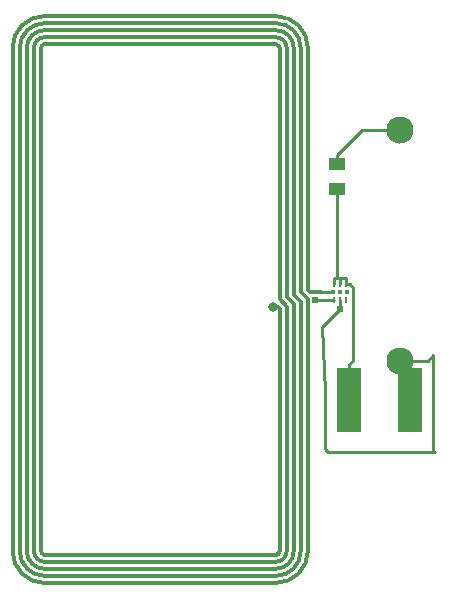
<source format=gtl>
G04 Layer: TopLayer*
G04 EasyEDA v6.5.44, 2024-08-09 16:29:29*
G04 6a14bbe4783e4c45b3198a44848b54db,9d7ba2091113474d8fe43b4f46ca5270,10*
G04 Gerber Generator version 0.2*
G04 Scale: 100 percent, Rotated: No, Reflected: No *
G04 Dimensions in millimeters *
G04 leading zeros omitted , absolute positions ,4 integer and 5 decimal *
%FSLAX45Y45*%
%MOMM*%

%AMMACRO1*21,1,$1,$2,0,0,$3*%
%ADD10C,0.2540*%
%ADD11C,0.3000*%
%ADD12R,0.7501X0.3000*%
%ADD13MACRO1,5.4X2.01X-90.0000*%
%ADD14MACRO1,1X1.3995X-90.0000*%
%ADD15R,1.3995X1.0000*%
%ADD16R,0.2800X0.5000*%
%ADD17R,0.4500X0.3000*%
%ADD18R,0.3000X0.3000*%
%ADD19C,0.8080*%
%ADD20C,2.3000*%
%ADD21C,0.6096*%

%LPD*%
D10*
X3606802Y1802917D02*
G01*
X3454400Y1650514D01*
X3479800Y1104900D01*
X3479800Y1066800D01*
X3479800Y609600D01*
X3505200Y584200D01*
X4406900Y584200D01*
X4394200Y596900D01*
X4394200Y1409700D01*
X4346295Y1361795D01*
X4114800Y1361795D01*
X3416300Y1943100D02*
G01*
X3546807Y1943094D01*
X4114802Y3311804D02*
G01*
X3789199Y3311804D01*
X3581402Y3104006D01*
X3581402Y3026029D02*
G01*
X3581402Y3104006D01*
X4195015Y1028700D02*
G01*
X4195015Y1326667D01*
X4114802Y1361795D02*
G01*
X4149930Y1326667D01*
X4195015Y1326667D01*
X3606802Y1802917D02*
G01*
X3606802Y1878101D01*
X3556815Y2008098D02*
G01*
X3556815Y2061057D01*
X3606802Y2008098D02*
G01*
X3606802Y2034590D01*
X3656815Y2008098D02*
G01*
X3656815Y2061057D01*
X3606802Y2053666D02*
G01*
X3606802Y2061057D01*
X3606802Y2034590D02*
G01*
X3606802Y2053666D01*
X3581402Y2061057D02*
G01*
X3581402Y2815970D01*
X3556815Y2061057D02*
G01*
X3581402Y2061057D01*
X3581402Y2061057D02*
G01*
X3606802Y2061057D01*
X3606802Y2053666D02*
G01*
X3614193Y2061057D01*
X3656815Y2061057D01*
X3678989Y1326667D02*
G01*
X3717394Y1365072D01*
X3717394Y1978812D01*
X3688107Y2008098D01*
X3656815Y2008098D01*
X3678989Y1028700D02*
G01*
X3678989Y1326667D01*
X3035302Y1816100D02*
G01*
X3076298Y1816100D01*
X3092808Y1799589D01*
X3092808Y-250393D01*
X3092706Y-252856D01*
X3092401Y-255295D01*
X3091893Y-257708D01*
X3091207Y-260095D01*
X3090293Y-262381D01*
X3089226Y-264617D01*
X3087956Y-266725D01*
X3086534Y-268731D01*
X3084959Y-270637D01*
X3083206Y-272389D01*
X3081327Y-273989D01*
X3079346Y-275437D01*
X3077212Y-276707D01*
X3075002Y-277799D01*
X3072716Y-278714D01*
X3070354Y-279425D01*
X3067941Y-279933D01*
X3065503Y-280263D01*
X3063039Y-280390D01*
X3062810Y-280390D01*
X3556815Y1878101D02*
G01*
X3395372Y1878101D01*
D11*
X1072794Y4009593D02*
G01*
X1072794Y-250393D01*
X1012799Y4009593D02*
G01*
X1012799Y-250393D01*
X952804Y4009593D02*
G01*
X952804Y-250393D01*
X892810Y4009593D02*
G01*
X892810Y-250393D01*
X832815Y4009593D02*
G01*
X832815Y-250393D01*
X3062808Y4039590D02*
G01*
X1102791Y4039590D01*
X3062808Y4099585D02*
G01*
X1102791Y4099585D01*
X3062808Y4159605D02*
G01*
X1102791Y4159605D01*
X3062808Y4219600D02*
G01*
X1102791Y4219600D01*
X3062808Y4279595D02*
G01*
X1102791Y4279595D01*
X3062808Y-280390D02*
G01*
X1102791Y-280390D01*
X3062808Y-340385D02*
G01*
X1102791Y-340385D01*
X3062808Y-400405D02*
G01*
X1102791Y-400405D01*
X3062808Y-460400D02*
G01*
X1102791Y-460400D01*
X3062808Y-520395D02*
G01*
X1102791Y-520395D01*
X3092805Y4009593D02*
G01*
X3092805Y1879600D01*
X3152800Y1819605D01*
X3152800Y-250393D01*
X3212795Y4009593D02*
G01*
X3212795Y1919604D01*
X3272790Y1859610D01*
X3272790Y-250393D01*
X3152800Y4009593D02*
G01*
X3152800Y1899589D01*
X3212795Y1839595D01*
X3212795Y-250393D01*
X3272790Y4009593D02*
G01*
X3272790Y1939594D01*
X3332810Y1879600D01*
X3332810Y-250393D01*
X3092805Y-250393D02*
G01*
X3092805Y1799589D01*
X3076295Y1816100D01*
X3035300Y1816100D01*
X3429000Y1943100D02*
G01*
X3416300Y1943100D01*
X3349294Y1943100D01*
X3332810Y1959610D01*
X3332810Y4009593D01*
D12*
G01*
X3416300Y1943100D03*
D13*
G01*
X3678999Y1028700D03*
G01*
X4195000Y1028700D03*
D14*
G01*
X3581400Y3026028D03*
D15*
G01*
X3581400Y2815970D03*
D16*
G01*
X3556815Y1878096D03*
G01*
X3606802Y1878096D03*
G01*
X3656789Y1878096D03*
D17*
G01*
X3666797Y1943094D03*
D16*
G01*
X3656815Y2008093D03*
G01*
X3606802Y2008093D03*
G01*
X3556815Y2008093D03*
D17*
G01*
X3546807Y1943094D03*
D18*
G01*
X3606802Y1943094D03*
D11*
G75*
G01*
X3092806Y-250393D02*
G02*
X3062808Y-280391I-29998J0D01*
G75*
G01*
X3152800Y-250393D02*
G02*
X3062808Y-340385I-89992J0D01*
G75*
G01*
X3212795Y-250393D02*
G02*
X3062808Y-400406I-149987J-26D01*
G75*
G01*
X3272790Y-250393D02*
G02*
X3062808Y-460400I-210007J0D01*
G75*
G01*
X3332810Y-250393D02*
G02*
X3062808Y-520395I-270002J0D01*
G75*
G01*
X3092806Y4009593D02*
G03*
X3062808Y4039591I-29998J0D01*
G75*
G01*
X3152800Y4009593D02*
G03*
X3062808Y4099585I-89992J0D01*
G75*
G01*
X3212795Y4009593D02*
G03*
X3062808Y4159606I-149987J26D01*
G75*
G01*
X3272790Y4009593D02*
G03*
X3062808Y4219600I-210007J0D01*
G75*
G01*
X3332810Y4009593D02*
G03*
X3062808Y4279595I-270002J0D01*
G75*
G01*
X1072794Y4009593D02*
G02*
X1102792Y4039591I29998J0D01*
G75*
G01*
X1012800Y4009593D02*
G02*
X1102792Y4099585I89992J0D01*
G75*
G01*
X952805Y4009593D02*
G02*
X1102792Y4159606I149987J26D01*
G75*
G01*
X892810Y4009593D02*
G02*
X1102792Y4219600I210007J0D01*
G75*
G01*
X832790Y4009593D02*
G02*
X1102792Y4279595I270002J0D01*
G75*
G01*
X1072794Y-250393D02*
G03*
X1102792Y-280391I29998J0D01*
G75*
G01*
X1012800Y-250393D02*
G03*
X1102792Y-340385I89992J0D01*
G75*
G01*
X952805Y-250393D02*
G03*
X1102792Y-400406I149987J-26D01*
G75*
G01*
X892810Y-250393D02*
G03*
X1102792Y-460400I210007J0D01*
G75*
G01*
X832790Y-250393D02*
G03*
X1102792Y-520395I270002J0D01*
D19*
G01*
X3035300Y1816100D03*
D20*
G01*
X4114800Y3311804D03*
G01*
X4114800Y1361795D03*
D21*
G01*
X3395372Y1878101D03*
G01*
X3606802Y1802917D03*
M02*

</source>
